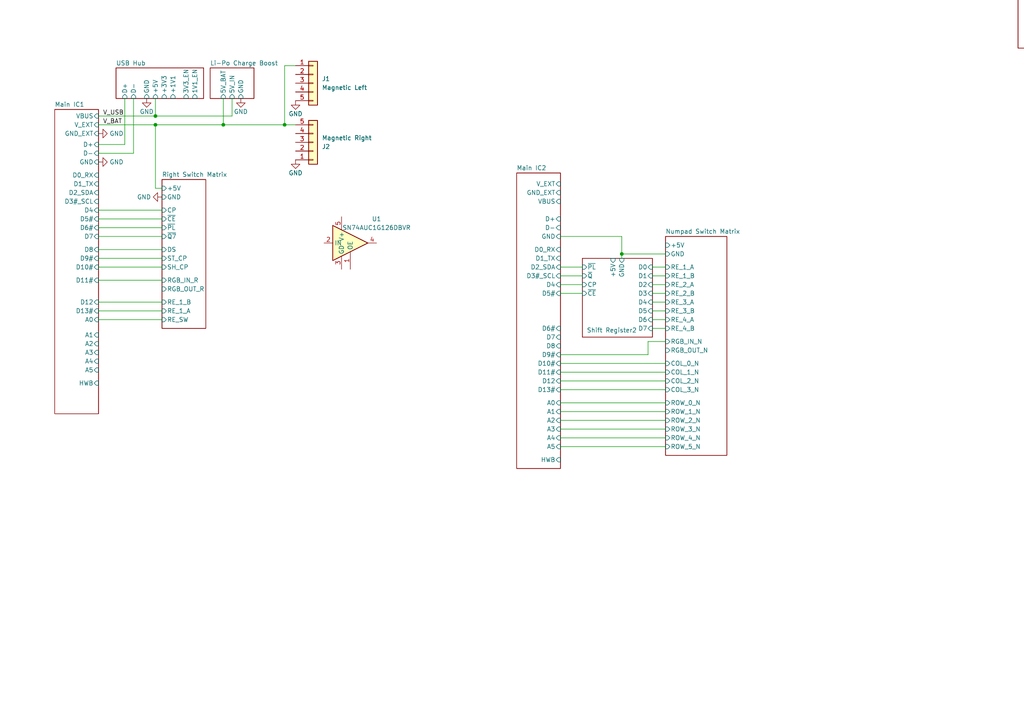
<source format=kicad_sch>
(kicad_sch (version 20230121) (generator eeschema)
  (paper "A4")
  (lib_symbols
    (symbol "Connector_Generic:Conn_01x05" (pin_names (offset 1.016) hide)
      (property "Reference" "J" (at 0 7.62 0))
      (property "Value" "Conn_01x05" (at 0 -7.62 0))
      (symbol "Conn_01x05_1_1"
        (rectangle (start -1.27 -4.953) (end 0 -5.207) (stroke (width 0.1524)))
        (rectangle (start -1.27 -2.413) (end 0 -2.667) (stroke (width 0.1524)))
        (rectangle (start -1.27 0.127) (end 0 -0.127) (stroke (width 0.1524)))
        (rectangle (start -1.27 2.667) (end 0 2.413) (stroke (width 0.1524)))
        (rectangle (start -1.27 5.207) (end 0 4.953) (stroke (width 0.1524)))
        (rectangle (start -1.27 6.35) (end 1.27 -6.35) (stroke (width 0.254)) (fill (type background)))
        (pin passive line (at -5.08 5.08 0) (length 3.81) (name "Pin_1") (number "1"))
        (pin passive line (at -5.08 2.54 0) (length 3.81) (name "Pin_2") (number "2"))
        (pin passive line (at -5.08 0 0) (length 3.81) (name "Pin_3") (number "3"))
        (pin passive line (at -5.08 -2.54 0) (length 3.81) (name "Pin_4") (number "4"))
        (pin passive line (at -5.08 -5.08 0) (length 3.81) (name "Pin_5") (number "5"))
      )
    )
    (symbol "mechpadLibrary:Tri-state_Buffer"
      (property "Reference" "U" (at 0 8.255 0))
      (property "Value" "Tri-state buffer" (at 0 6.35 0))
      (symbol "Tri-state_Buffer_0_1"
        (polyline (pts (xy -4.445 -0.635) (xy 5.715 -5.715) (xy -4.445 -10.795) (xy -4.445 -0.635)) (stroke (width 0.254)) (fill (type background)))
      )
      (symbol "Tri-state_Buffer_1_1"
        (pin passive line (at 0.635 -13.335 90) (length 5.08) (name "OE") (number "1"))
        (pin input line (at -6.985 -5.715 0) (length 2.54) (name "IN") (number "2"))
        (pin power_in line (at -1.905 -13.335 90) (length 3.81) (name "GD") (number "3"))
        (pin output line (at 8.255 -5.715 180) (length 2.54) (name "~") (number "4"))
        (pin power_in line (at -1.905 1.905 270) (length 3.81) (name "V+") (number "5"))
      )
    )
    (symbol "power:GND" (power) (pin_names (offset 0))
      (property "Value" "GND" (at 0 -3.81 0))
      (symbol "GND_0_1"
        (polyline (pts (xy 0 0) (xy 0 -1.27) (xy 1.27 -1.27) (xy 0 -2.54) (xy -1.27 -1.27) (xy 0 -1.27)))
      )
      (symbol "GND_1_1"
        (pin power_in line (at 0 0 270) (length 0) hide (name "GND") (number "1"))
      )
    )
  )
  (junction (at 180.34 73.66))
  (junction (at 45.085 36.195))
  (junction (at 82.55 36.195))
  (junction (at 45.085 33.655))
  (junction (at 64.77 36.195))
  (no_connect (at 333.375 -12.065))
  (wire (pts (xy 28.575 60.96) (xy 46.99 60.96)))
  (wire (pts (xy 307.975 -5.08) (xy 338.455 -5.08)))
  (wire (pts (xy 189.23 80.01) (xy 193.04 80.01)))
  (wire (pts (xy 162.56 119.38) (xy 193.04 119.38)))
  (wire (pts (xy 187.96 99.06) (xy 187.96 102.87)))
  (wire (pts (xy 162.56 124.46) (xy 193.04 124.46)))
  (wire (pts (xy 28.575 63.5) (xy 46.99 63.5)))
  (wire (pts (xy 324.485 -41.275) (xy 338.455 -41.275)))
  (wire (pts (xy 307.975 -24.765) (xy 313.055 -24.765)))
  (wire (pts (xy 333.375 -24.765) (xy 338.455 -24.765)))
  (wire (pts (xy 82.55 36.195) (xy 85.725 36.195)))
  (wire (pts (xy 180.34 68.58) (xy 180.34 73.66)))
  (wire (pts (xy 193.04 99.06) (xy 187.96 99.06)))
  (wire (pts (xy 333.375 -14.605) (xy 338.455 -14.605)))
  (wire (pts (xy 189.23 87.63) (xy 193.04 87.63)))
  (wire (pts (xy 321.945 -43.815) (xy 338.455 -43.815)))
  (wire (pts (xy 28.575 77.47) (xy 46.99 77.47)))
  (wire (pts (xy 28.575 68.58) (xy 46.99 68.58)))
  (wire (pts (xy 333.375 -29.845) (xy 338.455 -29.845)))
  (wire (pts (xy 162.56 107.95) (xy 193.04 107.95)))
  (wire (pts (xy 307.975 5.08) (xy 338.455 5.08)))
  (wire (pts (xy 189.23 90.17) (xy 193.04 90.17)))
  (wire (pts (xy 28.575 87.63) (xy 46.99 87.63)))
  (wire (pts (xy 28.575 92.71) (xy 46.99 92.71)))
  (wire (pts (xy 64.77 28.575) (xy 64.77 36.195)))
  (wire (pts (xy 28.575 90.17) (xy 46.99 90.17)))
  (wire (pts (xy 45.085 36.195) (xy 45.085 54.61)))
  (wire (pts (xy 333.375 -19.685) (xy 338.455 -19.685)))
  (wire (pts (xy 82.55 19.05) (xy 82.55 36.195)))
  (wire (pts (xy 321.945 -32.385) (xy 321.945 -43.815)))
  (wire (pts (xy 36.195 41.91) (xy 28.575 41.91)))
  (wire (pts (xy 85.725 19.05) (xy 82.55 19.05)))
  (wire (pts (xy 162.56 116.84) (xy 193.04 116.84)))
  (wire (pts (xy 28.575 81.28) (xy 46.99 81.28)))
  (wire (pts (xy 162.56 110.49) (xy 193.04 110.49)))
  (wire (pts (xy 38.735 28.575) (xy 38.735 44.45)))
  (wire (pts (xy 307.975 0) (xy 338.455 0)))
  (wire (pts (xy 162.56 129.54) (xy 193.04 129.54)))
  (wire (pts (xy 324.485 -32.385) (xy 324.485 -41.275)))
  (wire (pts (xy 307.975 -22.225) (xy 313.055 -22.225)))
  (wire (pts (xy 28.575 72.39) (xy 46.99 72.39)))
  (wire (pts (xy 307.975 -29.845) (xy 313.055 -29.845)))
  (wire (pts (xy 67.31 28.575) (xy 67.31 33.655)))
  (wire (pts (xy 162.56 80.01) (xy 168.91 80.01)))
  (wire (pts (xy 307.975 7.62) (xy 338.455 7.62)))
  (wire (pts (xy 333.375 -17.145) (xy 338.455 -17.145)))
  (wire (pts (xy 189.23 82.55) (xy 193.04 82.55)))
  (wire (pts (xy 45.085 33.655) (xy 45.085 28.575)))
  (wire (pts (xy 28.575 33.655) (xy 45.085 33.655)))
  (wire (pts (xy 162.56 127) (xy 193.04 127)))
  (wire (pts (xy 307.975 -37.465) (xy 338.455 -37.465)))
  (wire (pts (xy 36.195 28.575) (xy 36.195 41.91)))
  (wire (pts (xy 187.96 102.87) (xy 162.56 102.87)))
  (wire (pts (xy 28.575 36.195) (xy 45.085 36.195)))
  (wire (pts (xy 307.975 -2.54) (xy 338.455 -2.54)))
  (wire (pts (xy 28.575 74.93) (xy 46.99 74.93)))
  (wire (pts (xy 45.085 33.655) (xy 67.31 33.655)))
  (wire (pts (xy 162.56 85.09) (xy 168.91 85.09)))
  (wire (pts (xy 307.975 2.54) (xy 338.455 2.54)))
  (wire (pts (xy 162.56 105.41) (xy 193.04 105.41)))
  (wire (pts (xy 180.34 73.66) (xy 180.34 74.93)))
  (wire (pts (xy 162.56 121.92) (xy 193.04 121.92)))
  (wire (pts (xy 189.23 92.71) (xy 193.04 92.71)))
  (wire (pts (xy 162.56 82.55) (xy 168.91 82.55)))
  (wire (pts (xy 333.375 -22.225) (xy 338.455 -22.225)))
  (wire (pts (xy 64.77 36.195) (xy 82.55 36.195)))
  (wire (pts (xy 189.23 77.47) (xy 193.04 77.47)))
  (wire (pts (xy 28.575 66.04) (xy 46.99 66.04)))
  (wire (pts (xy 189.23 85.09) (xy 193.04 85.09)))
  (wire (pts (xy 38.735 44.45) (xy 28.575 44.45)))
  (wire (pts (xy 307.975 -27.305) (xy 313.055 -27.305)))
  (wire (pts (xy 45.085 36.195) (xy 64.77 36.195)))
  (wire (pts (xy 162.56 113.03) (xy 193.04 113.03)))
  (wire (pts (xy 45.085 54.61) (xy 46.99 54.61)))
  (wire (pts (xy 333.375 -27.305) (xy 338.455 -27.305)))
  (wire (pts (xy 162.56 77.47) (xy 168.91 77.47)))
  (wire (pts (xy 180.34 73.66) (xy 193.04 73.66)))
  (wire (pts (xy 189.23 95.25) (xy 193.04 95.25)))
  (wire (pts (xy 162.56 68.58) (xy 180.34 68.58)))
  (label "V_USB" (at 29.845 33.655 0))
  (label "V_BAT" (at 29.845 36.195 0))
  (symbol (lib_id "power:GND") (at 85.725 29.21 0) (unit 1)
    (property "Reference" "#PWR01" (effects hide))
    (property "Value" "GND" (at 85.725 33.02 0))
  )
  (symbol (lib_id "mechpadLibrary:Tri-state_Buffer") (at 100.965 64.77 0) (unit 1)
    (property "Reference" "U1" (at 109.22 63.5 0))
    (property "Value" "SN74AUC1G126DBVR" (at 109.22 66.04 0))
  )
  (symbol (lib_id "power:GND") (at 46.99 57.15 270) (unit 1)
    (property "Reference" "#PWR07" (effects hide))
    (property "Value" "GND" (at 43.815 57.15 90) (effects (justify right)))
  )
  (symbol (lib_id "Connector_Generic:Conn_01x05") (at 90.805 41.275 0) (mirror x) (unit 1)
    (property "Reference" "J2" (at 93.345 42.545 0) (effects (justify left)))
    (property "Value" "Magnetic Right" (at 93.345 40.005 0) (effects (justify left)))
  )
  (symbol (lib_id "power:GND") (at 28.575 46.99 90) (unit 1)
    (property "Reference" "#PWR06" (effects hide))
    (property "Value" "GND" (at 31.75 46.99 90) (effects (justify right)))
  )
  (symbol (lib_id "power:GND") (at 69.85 28.575 0) (unit 1)
    (property "Reference" "#PWR03" (effects hide))
    (property "Value" "GND" (at 69.85 32.385 0))
  )
  (symbol (lib_id "power:GND") (at 85.725 46.355 0) (unit 1)
    (property "Reference" "#PWR05" (effects hide))
    (property "Value" "GND" (at 85.725 50.165 0))
  )
  (symbol (lib_id "power:GND") (at 42.545 28.575 0) (unit 1)
    (property "Reference" "#PWR02" (effects hide))
    (property "Value" "GND" (at 42.545 32.385 0))
  )
  (symbol (lib_id "Connector_Generic:Conn_01x05") (at 90.805 24.13 0) (unit 1)
    (property "Reference" "J1" (at 93.345 22.86 0) (effects (justify left)))
    (property "Value" "Magnetic Left" (at 93.345 25.4 0) (effects (justify left)))
  )
  (symbol (lib_id "power:GND") (at 28.575 38.735 90) (unit 1)
    (property "Reference" "#PWR04" (effects hide))
    (property "Value" "GND" (at 31.75 38.735 90) (effects (justify right)))
  )
  (sheet (at 60.96 19.685) (size 12.7 8.89) (stroke (width 0.1524))
    (property "Sheetname" "Li-Po Charge Boost" (at 60.96 19.05 0) (effects (justify left bottom)))
    (property "Sheetfile" "Li-Po_Charge_Boost.kicad_sch" (effects hide))
    (pin "5V_IN" input (at 67.31 28.575 270))
    (pin "GND" input (at 69.85 28.575 270))
    (pin "5V_BAT" input (at 64.77 28.575 270))
  )
  (sheet (at 46.99 52.07) (size 12.7 43.18) (stroke (width 0.1524))
    (property "Sheetname" "Right Switch Matrix" (at 46.99 51.3584 0) (effects (justify left bottom)))
    (property "Sheetfile" "switchMatrixRight.kicad_sch" (effects hide))
    (pin "+5V" input (at 46.99 54.61 180))
    (pin "GND" input (at 46.99 57.15 180))
    (pin "~{Q7}" input (at 46.99 68.58 180))
    (pin "ST_CP" input (at 46.99 74.93 180))
    (pin "DS" input (at 46.99 72.39 180))
    (pin "SH_CP" input (at 46.99 77.47 180))
    (pin "~{PL}" input (at 46.99 66.04 180))
    (pin "~{CE}" input (at 46.99 63.5 180))
    (pin "CP" input (at 46.99 60.96 180))
    (pin "RGB_IN_R" input (at 46.99 81.28 180))
    (pin "RE_1_B" input (at 46.99 87.63 180))
    (pin "RE_SW" input (at 46.99 92.71 180))
    (pin "RGB_OUT_R" input (at 46.99 83.82 180))
    (pin "RE_1_A" input (at 46.99 90.17 180))
  )
  (sheet (at 193.04 68.58) (size 17.78 63.5) (stroke (width 0.1524))
    (property "Sheetname" "Numpad Switch Matrix" (at 193.04 67.8684 0) (effects (justify left bottom)))
    (property "Sheetfile" "switchMatrixNumpad.kicad_sch" (effects hide))
    (pin "RE_3_B" input (at 193.04 90.17 180))
    (pin "RE_2_A" input (at 193.04 82.55 180))
    (pin "RE_1_A" input (at 193.04 77.47 180))
    (pin "RE_2_B" input (at 193.04 85.09 180))
    (pin "RE_4_B" input (at 193.04 95.25 180))
    (pin "RE_3_A" input (at 193.04 87.63 180))
    (pin "RE_4_A" input (at 193.04 92.71 180))
    (pin "ROW_4_N" input (at 193.04 127 180))
    (pin "ROW_3_N" input (at 193.04 124.46 180))
    (pin "ROW_1_N" input (at 193.04 119.38 180))
    (pin "ROW_2_N" input (at 193.04 121.92 180))
    (pin "COL_0_N" input (at 193.04 105.41 180))
    (pin "COL_1_N" input (at 193.04 107.95 180))
    (pin "COL_3_N" input (at 193.04 113.03 180))
    (pin "COL_2_N" input (at 193.04 110.49 180))
    (pin "RE_1_B" input (at 193.04 80.01 180))
    (pin "RGB_OUT_N" input (at 193.04 101.6 180))
    (pin "+5V" input (at 193.04 71.12 180))
    (pin "GND" input (at 193.04 73.66 180))
    (pin "RGB_IN_N" input (at 193.04 99.06 180))
    (pin "ROW_5_N" input (at 193.04 129.54 180))
    (pin "ROW_0_N" input (at 193.04 116.84 180))
  )
  (sheet (at 338.455 -46.355) (size 12.7 56.515) (stroke (width 0.1524))
    (property "Sheetname" "Left Switch Matrix" (at 338.455 -47.0666 0) (effects (justify left bottom)))
    (property "Sheetfile" "switchMatrixLeft.kicad_sch" (effects hide))
    (pin "COL_1_L" input (at 338.455 -27.305 180))
    (pin "+5V" input (at 338.455 -43.815 180))
    (pin "GND" input (at 338.455 -41.275 180))
    (pin "COL_0_L" input (at 338.455 -29.845 180))
    (pin "COL_3_L" input (at 338.455 -22.225 180))
    (pin "COL_4_L" input (at 338.455 -19.685 180))
    (pin "COL_6_L" input (at 338.455 -14.605 180))
    (pin "COL_5_L" input (at 338.455 -17.145 180))
    (pin "ROW_0_L" input (at 338.455 -5.08 180))
    (pin "ROW_1_L" input (at 338.455 -2.54 180))
    (pin "ROW_4_L" input (at 338.455 5.08 180))
    (pin "ROW_5_L" input (at 338.455 7.62 180))
    (pin "ROW_3_L" input (at 338.455 2.54 180))
    (pin "ROW_2_L" input (at 338.455 0 180))
    (pin "COL_2_L" input (at 338.455 -24.765 180))
    (pin "RGB_OUT_L" input (at 338.455 -34.925 180))
    (pin "RGB_IN_L" input (at 338.455 -37.465 180))
  )
  (sheet (at 313.055 -32.385) (size 20.32 22.86) (stroke (width 0.1524))
    (property "Sheetname" "Shift Register" (at 313.69 -7.62 0) (effects (justify left bottom)))
    (property "Sheetfile" "shiftRegister.kicad_sch" (effects hide))
    (pin "~{Q}" input (at 313.055 -27.305 180))
    (pin "D0" input (at 333.375 -29.845 0))
    (pin "+5V" input (at 321.945 -32.385 90))
    (pin "D6" input (at 333.375 -14.605 0))
    (pin "~{PL}" input (at 313.055 -29.845 180))
    (pin "D4" input (at 333.375 -19.685 0))
    (pin "D5" input (at 333.375 -17.145 0))
    (pin "D7" input (at 333.375 -12.065 0))
    (pin "CP" input (at 313.055 -24.765 180))
    (pin "D1" input (at 333.375 -27.305 0))
    (pin "GND" input (at 324.485 -32.385 90))
    (pin "D3" input (at 333.375 -22.225 0))
    (pin "D2" input (at 333.375 -24.765 0))
    (pin "~{CE}" input (at 313.055 -22.225 180))
  )
  (sheet (at 149.86 50.165) (size 12.7 85.725) (stroke (width 0.1524))
    (property "Sheetname" "Main IC2" (at 149.86 49.4534 0) (effects (justify left bottom)))
    (property "Sheetfile" "mainIC.kicad_sch" (effects hide))
    (pin "V_EXT" input (at 162.56 53.34 0))
    (pin "GND_EXT" input (at 162.56 55.88 0))
    (pin "VBUS" input (at 162.56 58.42 0))
    (pin "D+" input (at 162.56 63.5 0))
    (pin "D-" input (at 162.56 66.04 0))
    (pin "GND" input (at 162.56 68.58 0))
    (pin "A4" input (at 162.56 127 0))
    (pin "A2" input (at 162.56 121.92 0))
    (pin "A0" input (at 162.56 116.84 0))
    (pin "A3" input (at 162.56 124.46 0))
    (pin "A1" input (at 162.56 119.38 0))
    (pin "D12" input (at 162.56 110.49 0))
    (pin "D8" input (at 162.56 100.33 0))
    (pin "D9#" input (at 162.56 102.87 0))
    (pin "D7" input (at 162.56 97.79 0))
    (pin "HWB" input (at 162.56 133.35 0))
    (pin "D13#" input (at 162.56 113.03 0))
    (pin "D2_SDA" input (at 162.56 77.47 0))
    (pin "D4" input (at 162.56 82.55 0))
    (pin "D1_TX" input (at 162.56 74.93 0))
    (pin "D0_RX" input (at 162.56 72.39 0))
    (pin "D10#" input (at 162.56 105.41 0))
    (pin "D3#_SCL" input (at 162.56 80.01 0))
    (pin "D6#" input (at 162.56 95.25 0))
    (pin "D11#" input (at 162.56 107.95 0))
    (pin "D5#" input (at 162.56 85.09 0))
    (pin "A5" input (at 162.56 129.54 0))
  )
  (sheet (at 295.275 -66.675) (size 12.7 80.645) (stroke (width 0.1524))
    (property "Sheetname" "Main IC" (at 295.275 -67.3866 0) (effects (justify left bottom)))
    (property "Sheetfile" "mainIC.kicad_sch" (effects hide))
    (pin "V_EXT" input (at 307.975 -64.135 0))
    (pin "GND_EXT" input (at 307.975 -61.595 0))
    (pin "VBUS" input (at 307.975 -59.055 0))
    (pin "D+" input (at 307.975 -53.975 0))
    (pin "D-" input (at 307.975 -51.435 0))
    (pin "GND" input (at 307.975 -48.895 0))
    (pin "A4" input (at 307.975 5.08 0))
    (pin "A2" input (at 307.975 0 0))
    (pin "A0" input (at 307.975 -5.08 0))
    (pin "A3" input (at 307.975 2.54 0))
    (pin "A1" input (at 307.975 -2.54 0))
    (pin "D12" input (at 307.975 -14.605 0))
    (pin "D8" input (at 307.975 -24.765 0))
    (pin "D9#" input (at 307.975 -22.225 0))
    (pin "D7" input (at 307.975 -27.305 0))
    (pin "HWB" input (at 307.975 11.43 0))
    (pin "D13#" input (at 307.975 -12.065 0))
    (pin "D2_SDA" input (at 307.975 -40.005 0))
    (pin "D4" input (at 307.975 -34.925 0))
    (pin "D1_TX" input (at 307.975 -42.545 0))
    (pin "D0_RX" input (at 307.975 -45.085 0))
    (pin "D10#" input (at 307.975 -19.685 0))
    (pin "D3#_SCL" input (at 307.975 -37.465 0))
    (pin "D6#" input (at 307.975 -29.845 0))
    (pin "D11#" input (at 307.975 -17.145 0))
    (pin "D5#" input (at 307.975 -32.385 0))
    (pin "A5" input (at 307.975 7.62 0))
  )
  (sheet (at 15.875 31.75) (size 12.7 88.265) (stroke (width 0.1524))
    (property "Sheetname" "Main IC1" (at 15.875 31.0384 0) (effects (justify left bottom)))
    (property "Sheetfile" "mainIC.kicad_sch" (effects hide))
    (pin "V_EXT" input (at 28.575 36.195 0))
    (pin "GND_EXT" input (at 28.575 38.735 0))
    (pin "VBUS" input (at 28.575 33.655 0))
    (pin "D+" input (at 28.575 41.91 0))
    (pin "D-" input (at 28.575 44.45 0))
    (pin "GND" input (at 28.575 46.99 0))
    (pin "A4" input (at 28.575 104.775 0))
    (pin "A2" input (at 28.575 99.695 0))
    (pin "A0" input (at 28.575 92.71 0))
    (pin "A3" input (at 28.575 102.235 0))
    (pin "A1" input (at 28.575 97.155 0))
    (pin "D12" input (at 28.575 87.63 0))
    (pin "D8" input (at 28.575 72.39 0))
    (pin "D9#" input (at 28.575 74.93 0))
    (pin "D7" input (at 28.575 68.58 0))
    (pin "HWB" input (at 28.575 111.125 0))
    (pin "D13#" input (at 28.575 90.17 0))
    (pin "D2_SDA" input (at 28.575 55.88 0))
    (pin "D4" input (at 28.575 60.96 0))
    (pin "D1_TX" input (at 28.575 53.34 0))
    (pin "D0_RX" input (at 28.575 50.8 0))
    (pin "D10#" input (at 28.575 77.47 0))
    (pin "D3#_SCL" input (at 28.575 58.42 0))
    (pin "D6#" input (at 28.575 66.04 0))
    (pin "D11#" input (at 28.575 81.28 0))
    (pin "D5#" input (at 28.575 63.5 0))
    (pin "A5" input (at 28.575 107.315 0))
  )
  (sheet (at 33.655 19.685) (size 25.4 8.89) (stroke (width 0.1524))
    (property "Sheetname" "USB Hub" (at 33.655 19.05 0) (effects (justify left bottom)))
    (property "Sheetfile" "USB_Hub.kicad_sch" (effects hide))
    (pin "GND" input (at 42.545 28.575 270))
    (pin "D+" input (at 36.195 28.575 270))
    (pin "D-" input (at 38.735 28.575 270))
    (pin "+5V" input (at 45.085 28.575 270))
    (pin "+3V3" input (at 47.625 28.575 270))
    (pin "+1V1" input (at 50.165 28.575 270))
    (pin "3V3_EN" input (at 53.975 28.575 270))
    (pin "1V1_EN" input (at 56.515 28.575 270))
  )
  (sheet (at 168.91 74.93) (size 20.32 22.86) (stroke (width 0.1524))
    (property "Sheetname" "Shift Register2" (at 170.18 96.52 0) (effects (justify left bottom)))
    (property "Sheetfile" "shiftRegister.kicad_sch" (effects hide))
    (pin "~{Q}" input (at 168.91 80.01 180))
    (pin "D0" input (at 189.23 77.47 0))
    (pin "+5V" input (at 177.8 74.93 90))
    (pin "D6" input (at 189.23 92.71 0))
    (pin "~{PL}" input (at 168.91 77.47 180))
    (pin "D4" input (at 189.23 87.63 0))
    (pin "D5" input (at 189.23 90.17 0))
    (pin "D7" input (at 189.23 95.25 0))
    (pin "CP" input (at 168.91 82.55 180))
    (pin "D1" input (at 189.23 80.01 0))
    (pin "GND" input (at 180.34 74.93 90))
    (pin "D3" input (at 189.23 85.09 0))
    (pin "D2" input (at 189.23 82.55 0))
    (pin "~{CE}" input (at 168.91 85.09 180))
  )
)
</source>
